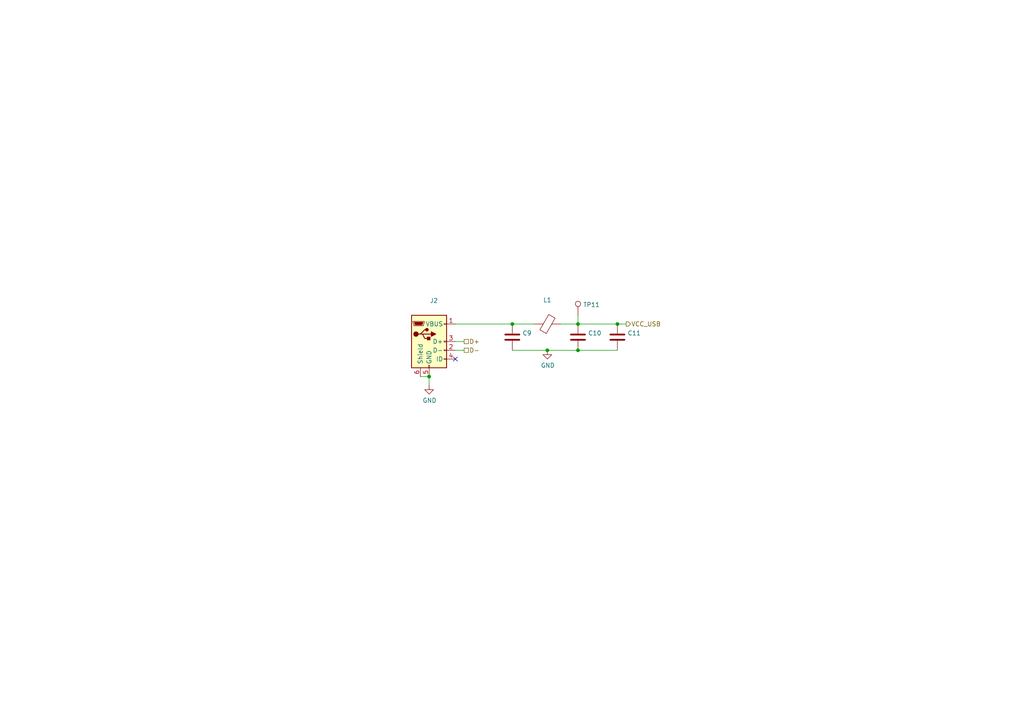
<source format=kicad_sch>
(kicad_sch (version 20211123) (generator eeschema)
  (paper "A4")
  (title_block (title "GB-LIVE32") (rev "v2.0") (company "https://gekkio.fi"))
  (lib_symbols
    (symbol "Connector:Test_Point" (pin_numbers hide) (pin_names (offset 0.762) hide)
      (property "Reference" "TP" (at 0 6.858 0))
      (property "Value" "Test_Point" (at 0 5.08 0))
      (symbol "Test_Point_0_1"
        (circle (center 0 3.302) (radius 0.762))
      )
      (symbol "Test_Point_1_1"
        (pin passive line (at 0 0 90) (length 2.54) (name "1") (number "1"))
      )
    )
    (symbol "Connector:USB_B_Mini" (pin_names (offset 1.016))
      (property "Reference" "J" (at -5.08 11.43 0))
      (property "Value" "USB_B_Mini" (at -5.08 8.89 0))
      (symbol "USB_B_Mini_0_1"
        (rectangle (start -5.08 -7.62) (end 5.08 7.62) (stroke (width 0.254)) (fill (type background)))
        (circle (center -3.81 2.159) (radius 0.635) (stroke (width 0.254)) (fill (type outline)))
        (circle (center -0.635 3.429) (radius 0.381) (stroke (width 0.254)) (fill (type outline)))
        (rectangle (start -0.127 -7.62) (end 0.127 -6.858))
        (polyline (pts (xy -1.905 2.159) (xy 0.635 2.159)) (stroke (width 0.254)))
        (polyline (pts (xy -3.175 2.159) (xy -2.54 2.159) (xy -1.27 3.429) (xy -0.635 3.429)) (stroke (width 0.254)))
        (polyline (pts (xy -2.54 2.159) (xy -1.905 2.159) (xy -1.27 0.889) (xy 0 0.889)) (stroke (width 0.254)))
        (polyline (pts (xy 0.635 2.794) (xy 0.635 1.524) (xy 1.905 2.159) (xy 0.635 2.794)) (stroke (width 0.254)) (fill (type outline)))
        (polyline (pts (xy -4.318 5.588) (xy -1.778 5.588) (xy -2.032 4.826) (xy -4.064 4.826) (xy -4.318 5.588)) (fill (type outline)))
        (polyline (pts (xy -4.699 5.842) (xy -4.699 5.588) (xy -4.445 4.826) (xy -4.445 4.572) (xy -1.651 4.572) (xy -1.651 4.826) (xy -1.397 5.588) (xy -1.397 5.842) (xy -4.699 5.842)))
        (rectangle (start 0.254 1.27) (end -0.508 0.508) (stroke (width 0.254)) (fill (type outline)))
        (rectangle (start 5.08 -5.207) (end 4.318 -4.953))
        (rectangle (start 5.08 -2.667) (end 4.318 -2.413))
        (rectangle (start 5.08 -0.127) (end 4.318 0.127))
        (rectangle (start 5.08 4.953) (end 4.318 5.207))
      )
      (symbol "USB_B_Mini_1_1"
        (pin power_out line (at 7.62 5.08 180) (length 2.54) (name "VBUS") (number "1"))
        (pin passive line (at 7.62 -2.54 180) (length 2.54) (name "D-") (number "2"))
        (pin passive line (at 7.62 0 180) (length 2.54) (name "D+") (number "3"))
        (pin passive line (at 7.62 -5.08 180) (length 2.54) (name "ID") (number "4"))
        (pin power_out line (at 0 -10.16 90) (length 2.54) (name "GND") (number "5"))
        (pin passive line (at -2.54 -10.16 90) (length 2.54) (name "Shield") (number "6"))
      )
    )
    (symbol "Device:C" (pin_numbers hide) (pin_names (offset 0.254))
      (property "Reference" "C" (at 0.635 2.54 0))
      (property "Value" "C" (at 0.635 -2.54 0))
      (symbol "C_0_1"
        (polyline (pts (xy -2.032 -0.762) (xy 2.032 -0.762)) (stroke (width 0.508)))
        (polyline (pts (xy -2.032 0.762) (xy 2.032 0.762)) (stroke (width 0.508)))
      )
      (symbol "C_1_1"
        (pin passive line (at 0 3.81 270) (length 2.794) (name "~") (number "1"))
        (pin passive line (at 0 -3.81 90) (length 2.794) (name "~") (number "2"))
      )
    )
    (symbol "Device:Ferrite_Bead" (pin_numbers hide) (pin_names (offset 0))
      (property "Reference" "L" (at -3.81 0.635 90))
      (property "Value" "Ferrite_Bead" (at 3.81 0 90))
      (symbol "Ferrite_Bead_0_1"
        (polyline (pts (xy 0 -1.27) (xy 0 -1.2192)))
        (polyline (pts (xy 0 1.27) (xy 0 1.2954)))
        (polyline (pts (xy -2.7686 0.4064) (xy -1.7018 2.2606) (xy 2.7686 -0.3048) (xy 1.6764 -2.159) (xy -2.7686 0.4064)))
      )
      (symbol "Ferrite_Bead_1_1"
        (pin passive line (at 0 3.81 270) (length 2.54) (name "~") (number "1"))
        (pin passive line (at 0 -3.81 90) (length 2.54) (name "~") (number "2"))
      )
    )
    (symbol "power:GND" (power) (pin_names (offset 0))
      (property "Value" "GND" (at 0 -3.81 0))
      (symbol "GND_0_1"
        (polyline (pts (xy 0 0) (xy 0 -1.27) (xy 1.27 -1.27) (xy 0 -2.54) (xy -1.27 -1.27) (xy 0 -1.27)))
      )
      (symbol "GND_1_1"
        (pin power_in line (at 0 0 270) (length 0) hide (name "GND") (number "1"))
      )
    )
  )
  (junction (at 167.64 101.6))
  (junction (at 158.75 101.6))
  (junction (at 148.59 93.98))
  (junction (at 179.07 93.98))
  (junction (at 167.64 93.98))
  (junction (at 124.46 109.22))
  (no_connect (at 132.08 104.14))
  (wire (pts (xy 167.64 101.6) (xy 179.07 101.6)))
  (wire (pts (xy 124.46 109.22) (xy 121.92 109.22)))
  (wire (pts (xy 132.08 93.98) (xy 148.59 93.98)))
  (wire (pts (xy 162.56 93.98) (xy 167.64 93.98)))
  (wire (pts (xy 179.07 93.98) (xy 167.64 93.98)))
  (wire (pts (xy 158.75 101.6) (xy 148.59 101.6)))
  (wire (pts (xy 134.62 99.06) (xy 132.08 99.06)))
  (wire (pts (xy 167.64 101.6) (xy 158.75 101.6)))
  (wire (pts (xy 148.59 93.98) (xy 154.94 93.98)))
  (wire (pts (xy 124.46 109.22) (xy 124.46 111.76)))
  (wire (pts (xy 167.64 91.44) (xy 167.64 93.98)))
  (wire (pts (xy 181.61 93.98) (xy 179.07 93.98)))
  (wire (pts (xy 132.08 101.6) (xy 134.62 101.6)))
  (hierarchical_label "D-" (shape passive) (at 134.62 101.6 0))
  (hierarchical_label "D+" (shape passive) (at 134.62 99.06 0))
  (hierarchical_label "VCC_USB" (shape output) (at 181.61 93.98 0))
  (symbol (lib_id "Device:C") (at 167.64 97.79 0) (unit 1)
    (property "Reference" "C10" (at 170.561 96.6216 0) (effects (justify left)))
    (property "SPR" "Mouser" (effects hide))
    (property "MFR" "KEMET" (effects hide))
    (property "MPN" "C0603C104K3RECTU" (effects hide))
    (property "Rating" "16V X5R" (effects hide))
    (property "SPN" "80-C0603C104K3REC" (effects hide))
  )
  (symbol (lib_id "Device:C") (at 148.59 97.79 0) (unit 1)
    (property "Reference" "C9" (at 151.511 96.6216 0) (effects (justify left)))
    (property "SPR" "Mouser" (effects hide))
    (property "MFR" "KEMET" (effects hide))
    (property "MPN" "C0603C104K3RECTU" (effects hide))
    (property "Rating" "16V X5R" (effects hide))
    (property "SPN" "80-C0603C104K3REC" (effects hide))
  )
  (symbol (lib_id "Device:Ferrite_Bead") (at 158.75 93.98 270) (unit 1)
    (property "Reference" "L1" (at 158.75 87.0204 90))
    (property "MFR" "TDK" (effects hide))
    (property "MPN" "MMZ1608Y601BTD25" (effects hide))
    (property "SPN" "810-MMZ1608Y601BTD25" (effects hide))
    (property "SPR" "Mouser" (effects hide))
  )
  (symbol (lib_id "Connector:USB_B_Mini") (at 124.46 99.06 0) (unit 1)
    (property "Reference" "J2" (at 125.857 87.1982 0))
    (property "MFR" "Hirose" (effects hide))
    (property "MPN" "UX60SC-MB-5ST(80)" (effects hide))
    (property "SPN" "798-UX60SC-MB-5ST80" (effects hide))
    (property "SPR" "Mouser" (effects hide))
  )
  (symbol (lib_id "power:GND") (at 158.75 101.6 0) (unit 1)
    (property "Reference" "#PWR024" (effects hide))
  )
  (symbol (lib_id "power:GND") (at 124.46 111.76 0) (unit 1)
    (property "Reference" "#PWR023" (effects hide))
  )
  (symbol (lib_id "Device:C") (at 179.07 97.79 180) (unit 1)
    (property "Reference" "C11" (at 181.991 96.6216 0) (effects (justify right)))
    (property "SPR" "Mouser" (effects hide))
    (property "MFR" "Taiyo Yuden" (effects hide))
    (property "MPN" "EMK212BJ475MD-T" (effects hide))
    (property "Rating" "16V X5R" (effects hide))
    (property "SPN" "963-EMK212BJ475MD-T" (effects hide))
  )
  (symbol (lib_id "Connector:Test_Point") (at 167.64 91.44 0) (unit 1)
    (property "Reference" "TP11" (at 169.1132 88.392 0) (effects (justify left)))
  )
)
</source>
